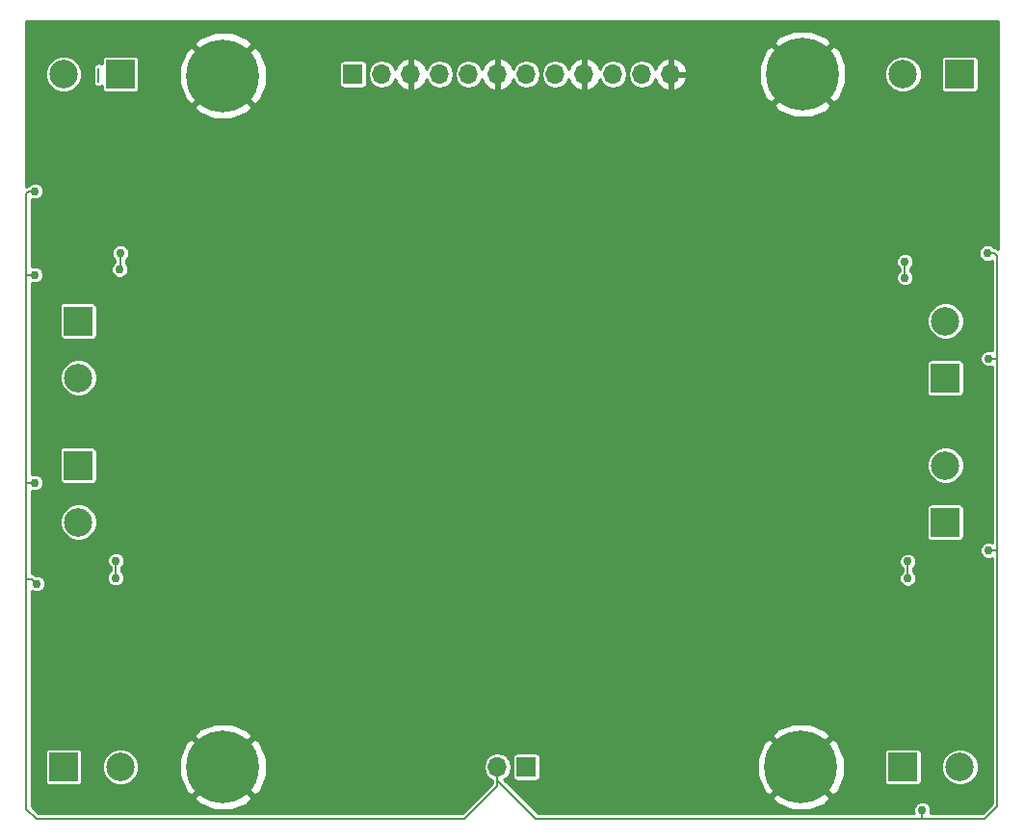
<source format=gbr>
G04 #@! TF.FileFunction,Copper,L2,Bot,Signal*
%FSLAX46Y46*%
G04 Gerber Fmt 4.6, Leading zero omitted, Abs format (unit mm)*
G04 Created by KiCad (PCBNEW 4.0.6) date Fri Mar 31 14:00:58 2017*
%MOMM*%
%LPD*%
G01*
G04 APERTURE LIST*
%ADD10C,0.088900*%
%ADD11R,1.700000X1.700000*%
%ADD12O,1.700000X1.700000*%
%ADD13C,6.400000*%
%ADD14C,2.500000*%
%ADD15R,2.500000X2.500000*%
%ADD16C,0.754380*%
%ADD17C,0.203200*%
%ADD18C,0.254000*%
G04 APERTURE END LIST*
D10*
D11*
X151130000Y-138430000D03*
D12*
X148590000Y-138430000D03*
D13*
X175387000Y-77470000D03*
X124460000Y-77597000D03*
X175260000Y-138430000D03*
X124460000Y-138430000D03*
D11*
X135890001Y-77470000D03*
D12*
X138430001Y-77470000D03*
X140970001Y-77470000D03*
X143510001Y-77470000D03*
X146050001Y-77470000D03*
X148590001Y-77470000D03*
X151130001Y-77470000D03*
X153670001Y-77470000D03*
X156210001Y-77470000D03*
X158750001Y-77470000D03*
X161290001Y-77470000D03*
X163830001Y-77470000D03*
D14*
X184230000Y-77470000D03*
D15*
X189230000Y-77470000D03*
D14*
X187960000Y-99186998D03*
D15*
X187960000Y-104186998D03*
D14*
X189230000Y-138430000D03*
D15*
X184230000Y-138430000D03*
D14*
X115443000Y-138430000D03*
D15*
X110443000Y-138430000D03*
D14*
X111759998Y-116887001D03*
D15*
X111759998Y-111887001D03*
D14*
X111760000Y-104187000D03*
D15*
X111760000Y-99187000D03*
D14*
X110443000Y-77470000D03*
D15*
X115443000Y-77470000D03*
D14*
X187959999Y-111887001D03*
D15*
X187959999Y-116887001D03*
D16*
X146875500Y-130175000D03*
X149987000Y-125222001D03*
X161290000Y-94488000D03*
X158496000Y-94488000D03*
X165989000Y-84582000D03*
X168402000Y-91313000D03*
X166116002Y-97155000D03*
X168529000Y-104267000D03*
X166116000Y-109982000D03*
X168656000Y-116586000D03*
X161417000Y-121412000D03*
X158242000Y-120904000D03*
X166243000Y-123063000D03*
X168529000Y-129540000D03*
X133857998Y-131191000D03*
X131318000Y-124460000D03*
X138049000Y-121158000D03*
X141224000Y-121539000D03*
X133731000Y-118364000D03*
X130937000Y-111760000D03*
X133731000Y-105663988D03*
X131064000Y-99187000D03*
X138049000Y-94615000D03*
X141097000Y-94869000D03*
X133604000Y-93091000D03*
X130937000Y-86360000D03*
X164210795Y-88254934D03*
X187325000Y-90805000D03*
X112395000Y-90424000D03*
X138557000Y-88900000D03*
X135590309Y-102501086D03*
X135382000Y-89281000D03*
X135382000Y-114554000D03*
X112395000Y-125349000D03*
X135559992Y-127762000D03*
X187325000Y-125095001D03*
X164211000Y-101219000D03*
X164160008Y-113411000D03*
X164084000Y-126746000D03*
X161036000Y-127127000D03*
X138684000Y-127254000D03*
X138557000Y-115189000D03*
X138557000Y-100711000D03*
X161162990Y-100584000D03*
X161163000Y-88496264D03*
X161163000Y-115031612D03*
X153289000Y-128016000D03*
X146304000Y-126365000D03*
X115384275Y-94636600D03*
X115443000Y-93218000D03*
X115020020Y-121793000D03*
X115062000Y-120269000D03*
X184658032Y-121814600D03*
X184658000Y-120352809D03*
X184404000Y-93980000D03*
X184404000Y-95377000D03*
X191643000Y-93218002D03*
X107950000Y-95123000D03*
X108077000Y-122301000D03*
X191770000Y-119380000D03*
X107950000Y-87757000D03*
X107950000Y-113411000D03*
X191770000Y-102489000D03*
X185928000Y-142240000D03*
D17*
X113538000Y-78105000D02*
X113538000Y-76962000D01*
X115443000Y-94577875D02*
X115384275Y-94636600D01*
X115443000Y-93218000D02*
X115443000Y-94577875D01*
X115062000Y-121751020D02*
X115020020Y-121793000D01*
X115062000Y-120269000D02*
X115062000Y-121751020D01*
X184658000Y-121814568D02*
X184658032Y-121814600D01*
X184658000Y-120352809D02*
X184658000Y-121814568D01*
X184404000Y-95377000D02*
X184404000Y-93980000D01*
X192278002Y-93218002D02*
X192176427Y-93218002D01*
X192532000Y-93472000D02*
X192278002Y-93218002D01*
X192176427Y-93218002D02*
X191643000Y-93218002D01*
X107188000Y-93218000D02*
X107188000Y-95123000D01*
X107188000Y-95123000D02*
X107188000Y-96012000D01*
X107950000Y-95123000D02*
X107188000Y-95123000D01*
X107696000Y-121920000D02*
X107699811Y-121923811D01*
X107699811Y-121923811D02*
X108077000Y-122301000D01*
X107188000Y-121920000D02*
X107696000Y-121920000D01*
X107188000Y-122809000D02*
X107188000Y-121920000D01*
X107188000Y-121920000D02*
X107188000Y-121285000D01*
X107188000Y-121285000D02*
X107188000Y-113411000D01*
X192532000Y-120523000D02*
X192532000Y-119380000D01*
X192532000Y-119380000D02*
X192532000Y-118618000D01*
X191770000Y-119380000D02*
X192532000Y-119380000D01*
X192532000Y-94742000D02*
X192532000Y-93472000D01*
X192532000Y-122428000D02*
X192532000Y-120523000D01*
X192532000Y-96266000D02*
X192532000Y-94742000D01*
X107188000Y-123444000D02*
X107188000Y-122809000D01*
X107188000Y-142113000D02*
X107188000Y-128397000D01*
X107188000Y-128397000D02*
X107188000Y-125222000D01*
X107188000Y-96012000D02*
X107188000Y-97663000D01*
X107950000Y-87757000D02*
X107416573Y-87757000D01*
X107416573Y-87757000D02*
X107188000Y-87985573D01*
X107188000Y-87985573D02*
X107188000Y-88900000D01*
X107188000Y-88900000D02*
X107188000Y-93218000D01*
X107188000Y-123698000D02*
X107188000Y-123444000D01*
X192532000Y-102489000D02*
X192532000Y-96266000D01*
X192532000Y-124333000D02*
X192532000Y-122428000D01*
X107188000Y-97663000D02*
X107188000Y-100838000D01*
X107188000Y-113411000D02*
X107188000Y-100838000D01*
X107950000Y-113411000D02*
X107188000Y-113411000D01*
X107188000Y-125222000D02*
X107188000Y-123698000D01*
X192532000Y-118618000D02*
X192532000Y-115189000D01*
X192532000Y-109347000D02*
X192532000Y-102489000D01*
X191770000Y-102489000D02*
X192532000Y-102489000D01*
X192532000Y-115189000D02*
X192532000Y-114300000D01*
X151959919Y-143002000D02*
X185928000Y-143002000D01*
X185928000Y-143002000D02*
X191389000Y-143002000D01*
X185928000Y-142240000D02*
X185928000Y-143002000D01*
X192532000Y-114300000D02*
X192532000Y-114173000D01*
X192532000Y-114173000D02*
X192532000Y-109347000D01*
X192532000Y-141859000D02*
X192532000Y-124333000D01*
X108077000Y-143002000D02*
X107188000Y-142113000D01*
X145669000Y-143002000D02*
X108077000Y-143002000D01*
X148590000Y-140081000D02*
X145669000Y-143002000D01*
X148590000Y-138430000D02*
X148590000Y-140081000D01*
X191389000Y-143002000D02*
X192532000Y-141859000D01*
X148590000Y-138430000D02*
X148590000Y-139632081D01*
X148590000Y-139632081D02*
X151959919Y-143002000D01*
D18*
G36*
X192584000Y-92853198D02*
X192462685Y-92772138D01*
X192278002Y-92735402D01*
X192232550Y-92735402D01*
X192073041Y-92575614D01*
X191794475Y-92459944D01*
X191492848Y-92459681D01*
X191214081Y-92574865D01*
X191000612Y-92787961D01*
X190884942Y-93066527D01*
X190884679Y-93368154D01*
X190999863Y-93646921D01*
X191212959Y-93860390D01*
X191491525Y-93976060D01*
X191793152Y-93976323D01*
X192049400Y-93870444D01*
X192049400Y-101784061D01*
X191921475Y-101730942D01*
X191619848Y-101730679D01*
X191341081Y-101845863D01*
X191127612Y-102058959D01*
X191011942Y-102337525D01*
X191011679Y-102639152D01*
X191126863Y-102917919D01*
X191339959Y-103131388D01*
X191618525Y-103247058D01*
X191920152Y-103247321D01*
X192049400Y-103193917D01*
X192049400Y-118675061D01*
X191921475Y-118621942D01*
X191619848Y-118621679D01*
X191341081Y-118736863D01*
X191127612Y-118949959D01*
X191011942Y-119228525D01*
X191011679Y-119530152D01*
X191126863Y-119808919D01*
X191339959Y-120022388D01*
X191618525Y-120138058D01*
X191920152Y-120138321D01*
X192049400Y-120084917D01*
X192049400Y-141659100D01*
X191189100Y-142519400D01*
X186632939Y-142519400D01*
X186686058Y-142391475D01*
X186686321Y-142089848D01*
X186571137Y-141811081D01*
X186358041Y-141597612D01*
X186079475Y-141481942D01*
X185777848Y-141481679D01*
X185499081Y-141596863D01*
X185285612Y-141809959D01*
X185169942Y-142088525D01*
X185169679Y-142390152D01*
X185223083Y-142519400D01*
X152159819Y-142519400D01*
X150811329Y-141170910D01*
X172698695Y-141170910D01*
X173065640Y-141666343D01*
X174471171Y-142259736D01*
X175996793Y-142270087D01*
X177410246Y-141695819D01*
X177454360Y-141666343D01*
X177821305Y-141170910D01*
X175260000Y-138609605D01*
X172698695Y-141170910D01*
X150811329Y-141170910D01*
X149163439Y-139523020D01*
X149460448Y-139324565D01*
X149727296Y-138925200D01*
X149821000Y-138454117D01*
X149821000Y-138405883D01*
X149727296Y-137934800D01*
X149490226Y-137580000D01*
X149891536Y-137580000D01*
X149891536Y-139280000D01*
X149918103Y-139421190D01*
X150001546Y-139550865D01*
X150128866Y-139637859D01*
X150280000Y-139668464D01*
X151980000Y-139668464D01*
X152121190Y-139641897D01*
X152250865Y-139558454D01*
X152337859Y-139431134D01*
X152368464Y-139280000D01*
X152368464Y-139166793D01*
X171419913Y-139166793D01*
X171994181Y-140580246D01*
X172023657Y-140624360D01*
X172519090Y-140991305D01*
X175080395Y-138430000D01*
X175439605Y-138430000D01*
X178000910Y-140991305D01*
X178496343Y-140624360D01*
X179089736Y-139218829D01*
X179100087Y-137693207D01*
X178891578Y-137180000D01*
X182591536Y-137180000D01*
X182591536Y-139680000D01*
X182618103Y-139821190D01*
X182701546Y-139950865D01*
X182828866Y-140037859D01*
X182980000Y-140068464D01*
X185480000Y-140068464D01*
X185621190Y-140041897D01*
X185750865Y-139958454D01*
X185837859Y-139831134D01*
X185868464Y-139680000D01*
X185868464Y-138753003D01*
X187598718Y-138753003D01*
X187846499Y-139352680D01*
X188304907Y-139811888D01*
X188904151Y-140060716D01*
X189553003Y-140061282D01*
X190152680Y-139813501D01*
X190611888Y-139355093D01*
X190860716Y-138755849D01*
X190861282Y-138106997D01*
X190613501Y-137507320D01*
X190155093Y-137048112D01*
X189555849Y-136799284D01*
X188906997Y-136798718D01*
X188307320Y-137046499D01*
X187848112Y-137504907D01*
X187599284Y-138104151D01*
X187598718Y-138753003D01*
X185868464Y-138753003D01*
X185868464Y-137180000D01*
X185841897Y-137038810D01*
X185758454Y-136909135D01*
X185631134Y-136822141D01*
X185480000Y-136791536D01*
X182980000Y-136791536D01*
X182838810Y-136818103D01*
X182709135Y-136901546D01*
X182622141Y-137028866D01*
X182591536Y-137180000D01*
X178891578Y-137180000D01*
X178525819Y-136279754D01*
X178496343Y-136235640D01*
X178000910Y-135868695D01*
X175439605Y-138430000D01*
X175080395Y-138430000D01*
X172519090Y-135868695D01*
X172023657Y-136235640D01*
X171430264Y-137641171D01*
X171419913Y-139166793D01*
X152368464Y-139166793D01*
X152368464Y-137580000D01*
X152341897Y-137438810D01*
X152258454Y-137309135D01*
X152131134Y-137222141D01*
X151980000Y-137191536D01*
X150280000Y-137191536D01*
X150138810Y-137218103D01*
X150009135Y-137301546D01*
X149922141Y-137428866D01*
X149891536Y-137580000D01*
X149490226Y-137580000D01*
X149460448Y-137535435D01*
X149061083Y-137268587D01*
X148590000Y-137174883D01*
X148118917Y-137268587D01*
X147719552Y-137535435D01*
X147452704Y-137934800D01*
X147359000Y-138405883D01*
X147359000Y-138454117D01*
X147452704Y-138925200D01*
X147719552Y-139324565D01*
X148107400Y-139583718D01*
X148107400Y-139881100D01*
X145469100Y-142519400D01*
X108276900Y-142519400D01*
X107670600Y-141913100D01*
X107670600Y-141170910D01*
X121898695Y-141170910D01*
X122265640Y-141666343D01*
X123671171Y-142259736D01*
X125196793Y-142270087D01*
X126610246Y-141695819D01*
X126654360Y-141666343D01*
X127021305Y-141170910D01*
X124460000Y-138609605D01*
X121898695Y-141170910D01*
X107670600Y-141170910D01*
X107670600Y-137180000D01*
X108804536Y-137180000D01*
X108804536Y-139680000D01*
X108831103Y-139821190D01*
X108914546Y-139950865D01*
X109041866Y-140037859D01*
X109193000Y-140068464D01*
X111693000Y-140068464D01*
X111834190Y-140041897D01*
X111963865Y-139958454D01*
X112050859Y-139831134D01*
X112081464Y-139680000D01*
X112081464Y-138753003D01*
X113811718Y-138753003D01*
X114059499Y-139352680D01*
X114517907Y-139811888D01*
X115117151Y-140060716D01*
X115766003Y-140061282D01*
X116365680Y-139813501D01*
X116824888Y-139355093D01*
X116903077Y-139166793D01*
X120619913Y-139166793D01*
X121194181Y-140580246D01*
X121223657Y-140624360D01*
X121719090Y-140991305D01*
X124280395Y-138430000D01*
X124639605Y-138430000D01*
X127200910Y-140991305D01*
X127696343Y-140624360D01*
X128289736Y-139218829D01*
X128300087Y-137693207D01*
X127725819Y-136279754D01*
X127696343Y-136235640D01*
X127200910Y-135868695D01*
X124639605Y-138430000D01*
X124280395Y-138430000D01*
X121719090Y-135868695D01*
X121223657Y-136235640D01*
X120630264Y-137641171D01*
X120619913Y-139166793D01*
X116903077Y-139166793D01*
X117073716Y-138755849D01*
X117074282Y-138106997D01*
X116826501Y-137507320D01*
X116368093Y-137048112D01*
X115768849Y-136799284D01*
X115119997Y-136798718D01*
X114520320Y-137046499D01*
X114061112Y-137504907D01*
X113812284Y-138104151D01*
X113811718Y-138753003D01*
X112081464Y-138753003D01*
X112081464Y-137180000D01*
X112054897Y-137038810D01*
X111971454Y-136909135D01*
X111844134Y-136822141D01*
X111693000Y-136791536D01*
X109193000Y-136791536D01*
X109051810Y-136818103D01*
X108922135Y-136901546D01*
X108835141Y-137028866D01*
X108804536Y-137180000D01*
X107670600Y-137180000D01*
X107670600Y-135689090D01*
X121898695Y-135689090D01*
X124460000Y-138250395D01*
X127021305Y-135689090D01*
X172698695Y-135689090D01*
X175260000Y-138250395D01*
X177821305Y-135689090D01*
X177454360Y-135193657D01*
X176048829Y-134600264D01*
X174523207Y-134589913D01*
X173109754Y-135164181D01*
X173065640Y-135193657D01*
X172698695Y-135689090D01*
X127021305Y-135689090D01*
X126654360Y-135193657D01*
X125248829Y-134600264D01*
X123723207Y-134589913D01*
X122309754Y-135164181D01*
X122265640Y-135193657D01*
X121898695Y-135689090D01*
X107670600Y-135689090D01*
X107670600Y-122953205D01*
X107925525Y-123059058D01*
X108227152Y-123059321D01*
X108505919Y-122944137D01*
X108719388Y-122731041D01*
X108835058Y-122452475D01*
X108835321Y-122150848D01*
X108749503Y-121943152D01*
X114261699Y-121943152D01*
X114376883Y-122221919D01*
X114589979Y-122435388D01*
X114868545Y-122551058D01*
X115170172Y-122551321D01*
X115448939Y-122436137D01*
X115662408Y-122223041D01*
X115778078Y-121944475D01*
X115778341Y-121642848D01*
X115663157Y-121364081D01*
X115544600Y-121245316D01*
X115544600Y-120858550D01*
X115704388Y-120699041D01*
X115785807Y-120502961D01*
X183899679Y-120502961D01*
X184014863Y-120781728D01*
X184175400Y-120942546D01*
X184175400Y-121225082D01*
X184015644Y-121384559D01*
X183899974Y-121663125D01*
X183899711Y-121964752D01*
X184014895Y-122243519D01*
X184227991Y-122456988D01*
X184506557Y-122572658D01*
X184808184Y-122572921D01*
X185086951Y-122457737D01*
X185300420Y-122244641D01*
X185416090Y-121966075D01*
X185416353Y-121664448D01*
X185301169Y-121385681D01*
X185140600Y-121224831D01*
X185140600Y-120942359D01*
X185300388Y-120782850D01*
X185416058Y-120504284D01*
X185416321Y-120202657D01*
X185301137Y-119923890D01*
X185088041Y-119710421D01*
X184809475Y-119594751D01*
X184507848Y-119594488D01*
X184229081Y-119709672D01*
X184015612Y-119922768D01*
X183899942Y-120201334D01*
X183899679Y-120502961D01*
X115785807Y-120502961D01*
X115820058Y-120420475D01*
X115820321Y-120118848D01*
X115705137Y-119840081D01*
X115492041Y-119626612D01*
X115213475Y-119510942D01*
X114911848Y-119510679D01*
X114633081Y-119625863D01*
X114419612Y-119838959D01*
X114303942Y-120117525D01*
X114303679Y-120419152D01*
X114418863Y-120697919D01*
X114579400Y-120858737D01*
X114579400Y-121161544D01*
X114377632Y-121362959D01*
X114261962Y-121641525D01*
X114261699Y-121943152D01*
X108749503Y-121943152D01*
X108720137Y-121872081D01*
X108507041Y-121658612D01*
X108228475Y-121542942D01*
X107983339Y-121542728D01*
X107880683Y-121474136D01*
X107696000Y-121437400D01*
X107670600Y-121437400D01*
X107670600Y-117210004D01*
X110128716Y-117210004D01*
X110376497Y-117809681D01*
X110834905Y-118268889D01*
X111434149Y-118517717D01*
X112083001Y-118518283D01*
X112682678Y-118270502D01*
X113141886Y-117812094D01*
X113390714Y-117212850D01*
X113391280Y-116563998D01*
X113143499Y-115964321D01*
X112816750Y-115637001D01*
X186321535Y-115637001D01*
X186321535Y-118137001D01*
X186348102Y-118278191D01*
X186431545Y-118407866D01*
X186558865Y-118494860D01*
X186709999Y-118525465D01*
X189209999Y-118525465D01*
X189351189Y-118498898D01*
X189480864Y-118415455D01*
X189567858Y-118288135D01*
X189598463Y-118137001D01*
X189598463Y-115637001D01*
X189571896Y-115495811D01*
X189488453Y-115366136D01*
X189361133Y-115279142D01*
X189209999Y-115248537D01*
X186709999Y-115248537D01*
X186568809Y-115275104D01*
X186439134Y-115358547D01*
X186352140Y-115485867D01*
X186321535Y-115637001D01*
X112816750Y-115637001D01*
X112685091Y-115505113D01*
X112085847Y-115256285D01*
X111436995Y-115255719D01*
X110837318Y-115503500D01*
X110378110Y-115961908D01*
X110129282Y-116561152D01*
X110128716Y-117210004D01*
X107670600Y-117210004D01*
X107670600Y-114115939D01*
X107798525Y-114169058D01*
X108100152Y-114169321D01*
X108378919Y-114054137D01*
X108592388Y-113841041D01*
X108708058Y-113562475D01*
X108708321Y-113260848D01*
X108593137Y-112982081D01*
X108380041Y-112768612D01*
X108101475Y-112652942D01*
X107799848Y-112652679D01*
X107670600Y-112706083D01*
X107670600Y-110637001D01*
X110121534Y-110637001D01*
X110121534Y-113137001D01*
X110148101Y-113278191D01*
X110231544Y-113407866D01*
X110358864Y-113494860D01*
X110509998Y-113525465D01*
X113009998Y-113525465D01*
X113151188Y-113498898D01*
X113280863Y-113415455D01*
X113367857Y-113288135D01*
X113398462Y-113137001D01*
X113398462Y-112210004D01*
X186328717Y-112210004D01*
X186576498Y-112809681D01*
X187034906Y-113268889D01*
X187634150Y-113517717D01*
X188283002Y-113518283D01*
X188882679Y-113270502D01*
X189341887Y-112812094D01*
X189590715Y-112212850D01*
X189591281Y-111563998D01*
X189343500Y-110964321D01*
X188885092Y-110505113D01*
X188285848Y-110256285D01*
X187636996Y-110255719D01*
X187037319Y-110503500D01*
X186578111Y-110961908D01*
X186329283Y-111561152D01*
X186328717Y-112210004D01*
X113398462Y-112210004D01*
X113398462Y-110637001D01*
X113371895Y-110495811D01*
X113288452Y-110366136D01*
X113161132Y-110279142D01*
X113009998Y-110248537D01*
X110509998Y-110248537D01*
X110368808Y-110275104D01*
X110239133Y-110358547D01*
X110152139Y-110485867D01*
X110121534Y-110637001D01*
X107670600Y-110637001D01*
X107670600Y-104510003D01*
X110128718Y-104510003D01*
X110376499Y-105109680D01*
X110834907Y-105568888D01*
X111434151Y-105817716D01*
X112083003Y-105818282D01*
X112682680Y-105570501D01*
X113141888Y-105112093D01*
X113390716Y-104512849D01*
X113391282Y-103863997D01*
X113143501Y-103264320D01*
X112816750Y-102936998D01*
X186321536Y-102936998D01*
X186321536Y-105436998D01*
X186348103Y-105578188D01*
X186431546Y-105707863D01*
X186558866Y-105794857D01*
X186710000Y-105825462D01*
X189210000Y-105825462D01*
X189351190Y-105798895D01*
X189480865Y-105715452D01*
X189567859Y-105588132D01*
X189598464Y-105436998D01*
X189598464Y-102936998D01*
X189571897Y-102795808D01*
X189488454Y-102666133D01*
X189361134Y-102579139D01*
X189210000Y-102548534D01*
X186710000Y-102548534D01*
X186568810Y-102575101D01*
X186439135Y-102658544D01*
X186352141Y-102785864D01*
X186321536Y-102936998D01*
X112816750Y-102936998D01*
X112685093Y-102805112D01*
X112085849Y-102556284D01*
X111436997Y-102555718D01*
X110837320Y-102803499D01*
X110378112Y-103261907D01*
X110129284Y-103861151D01*
X110128718Y-104510003D01*
X107670600Y-104510003D01*
X107670600Y-97937000D01*
X110121536Y-97937000D01*
X110121536Y-100437000D01*
X110148103Y-100578190D01*
X110231546Y-100707865D01*
X110358866Y-100794859D01*
X110510000Y-100825464D01*
X113010000Y-100825464D01*
X113151190Y-100798897D01*
X113280865Y-100715454D01*
X113367859Y-100588134D01*
X113398464Y-100437000D01*
X113398464Y-99510001D01*
X186328718Y-99510001D01*
X186576499Y-100109678D01*
X187034907Y-100568886D01*
X187634151Y-100817714D01*
X188283003Y-100818280D01*
X188882680Y-100570499D01*
X189341888Y-100112091D01*
X189590716Y-99512847D01*
X189591282Y-98863995D01*
X189343501Y-98264318D01*
X188885093Y-97805110D01*
X188285849Y-97556282D01*
X187636997Y-97555716D01*
X187037320Y-97803497D01*
X186578112Y-98261905D01*
X186329284Y-98861149D01*
X186328718Y-99510001D01*
X113398464Y-99510001D01*
X113398464Y-97937000D01*
X113371897Y-97795810D01*
X113288454Y-97666135D01*
X113161134Y-97579141D01*
X113010000Y-97548536D01*
X110510000Y-97548536D01*
X110368810Y-97575103D01*
X110239135Y-97658546D01*
X110152141Y-97785866D01*
X110121536Y-97937000D01*
X107670600Y-97937000D01*
X107670600Y-95827939D01*
X107798525Y-95881058D01*
X108100152Y-95881321D01*
X108378919Y-95766137D01*
X108592388Y-95553041D01*
X108708058Y-95274475D01*
X108708321Y-94972848D01*
X108631428Y-94786752D01*
X114625954Y-94786752D01*
X114741138Y-95065519D01*
X114954234Y-95278988D01*
X115232800Y-95394658D01*
X115534427Y-95394921D01*
X115813194Y-95279737D01*
X116026663Y-95066641D01*
X116142333Y-94788075D01*
X116142596Y-94486448D01*
X116027412Y-94207681D01*
X115950019Y-94130152D01*
X183645679Y-94130152D01*
X183760863Y-94408919D01*
X183921400Y-94569737D01*
X183921400Y-94787450D01*
X183761612Y-94946959D01*
X183645942Y-95225525D01*
X183645679Y-95527152D01*
X183760863Y-95805919D01*
X183973959Y-96019388D01*
X184252525Y-96135058D01*
X184554152Y-96135321D01*
X184832919Y-96020137D01*
X185046388Y-95807041D01*
X185162058Y-95528475D01*
X185162321Y-95226848D01*
X185047137Y-94948081D01*
X184886600Y-94787263D01*
X184886600Y-94569550D01*
X185046388Y-94410041D01*
X185162058Y-94131475D01*
X185162321Y-93829848D01*
X185047137Y-93551081D01*
X184834041Y-93337612D01*
X184555475Y-93221942D01*
X184253848Y-93221679D01*
X183975081Y-93336863D01*
X183761612Y-93549959D01*
X183645942Y-93828525D01*
X183645679Y-94130152D01*
X115950019Y-94130152D01*
X115925600Y-94105691D01*
X115925600Y-93807550D01*
X116085388Y-93648041D01*
X116201058Y-93369475D01*
X116201321Y-93067848D01*
X116086137Y-92789081D01*
X115873041Y-92575612D01*
X115594475Y-92459942D01*
X115292848Y-92459679D01*
X115014081Y-92574863D01*
X114800612Y-92787959D01*
X114684942Y-93066525D01*
X114684679Y-93368152D01*
X114799863Y-93646919D01*
X114960400Y-93807737D01*
X114960400Y-93991379D01*
X114955356Y-93993463D01*
X114741887Y-94206559D01*
X114626217Y-94485125D01*
X114625954Y-94786752D01*
X108631428Y-94786752D01*
X108593137Y-94694081D01*
X108380041Y-94480612D01*
X108101475Y-94364942D01*
X107799848Y-94364679D01*
X107670600Y-94418083D01*
X107670600Y-88461939D01*
X107798525Y-88515058D01*
X108100152Y-88515321D01*
X108378919Y-88400137D01*
X108592388Y-88187041D01*
X108708058Y-87908475D01*
X108708321Y-87606848D01*
X108593137Y-87328081D01*
X108380041Y-87114612D01*
X108101475Y-86998942D01*
X107799848Y-86998679D01*
X107521081Y-87113863D01*
X107346250Y-87288388D01*
X107231890Y-87311136D01*
X107136000Y-87375207D01*
X107136000Y-80337910D01*
X121898695Y-80337910D01*
X122265640Y-80833343D01*
X123671171Y-81426736D01*
X125196793Y-81437087D01*
X126610246Y-80862819D01*
X126654360Y-80833343D01*
X127021305Y-80337910D01*
X126894305Y-80210910D01*
X172825695Y-80210910D01*
X173192640Y-80706343D01*
X174598171Y-81299736D01*
X176123793Y-81310087D01*
X177537246Y-80735819D01*
X177581360Y-80706343D01*
X177948305Y-80210910D01*
X175387000Y-77649605D01*
X172825695Y-80210910D01*
X126894305Y-80210910D01*
X124460000Y-77776605D01*
X121898695Y-80337910D01*
X107136000Y-80337910D01*
X107136000Y-77793003D01*
X108811718Y-77793003D01*
X109059499Y-78392680D01*
X109517907Y-78851888D01*
X110117151Y-79100716D01*
X110766003Y-79101282D01*
X111365680Y-78853501D01*
X111824888Y-78395093D01*
X112073716Y-77795849D01*
X112074282Y-77146997D01*
X111997843Y-76962000D01*
X113055400Y-76962000D01*
X113055400Y-78105000D01*
X113092136Y-78289683D01*
X113196750Y-78446250D01*
X113353317Y-78550864D01*
X113538000Y-78587600D01*
X113722683Y-78550864D01*
X113804536Y-78496172D01*
X113804536Y-78720000D01*
X113831103Y-78861190D01*
X113914546Y-78990865D01*
X114041866Y-79077859D01*
X114193000Y-79108464D01*
X116693000Y-79108464D01*
X116834190Y-79081897D01*
X116963865Y-78998454D01*
X117050859Y-78871134D01*
X117081464Y-78720000D01*
X117081464Y-78333793D01*
X120619913Y-78333793D01*
X121194181Y-79747246D01*
X121223657Y-79791360D01*
X121719090Y-80158305D01*
X124280395Y-77597000D01*
X124639605Y-77597000D01*
X127200910Y-80158305D01*
X127696343Y-79791360D01*
X128289736Y-78385829D01*
X128300087Y-76860207D01*
X128202494Y-76620000D01*
X134651537Y-76620000D01*
X134651537Y-78320000D01*
X134678104Y-78461190D01*
X134761547Y-78590865D01*
X134888867Y-78677859D01*
X135040001Y-78708464D01*
X136740001Y-78708464D01*
X136881191Y-78681897D01*
X137010866Y-78598454D01*
X137097860Y-78471134D01*
X137128465Y-78320000D01*
X137128465Y-77445883D01*
X137199001Y-77445883D01*
X137199001Y-77494117D01*
X137292705Y-77965200D01*
X137559553Y-78364565D01*
X137958918Y-78631413D01*
X138430001Y-78725117D01*
X138901084Y-78631413D01*
X139300449Y-78364565D01*
X139567297Y-77965200D01*
X139575084Y-77926053D01*
X139774818Y-78351358D01*
X140203077Y-78741645D01*
X140613111Y-78911476D01*
X140843001Y-78790155D01*
X140843001Y-77597000D01*
X140823001Y-77597000D01*
X140823001Y-77343000D01*
X140843001Y-77343000D01*
X140843001Y-76149845D01*
X141097001Y-76149845D01*
X141097001Y-77343000D01*
X141117001Y-77343000D01*
X141117001Y-77597000D01*
X141097001Y-77597000D01*
X141097001Y-78790155D01*
X141326891Y-78911476D01*
X141736925Y-78741645D01*
X142165184Y-78351358D01*
X142364918Y-77926053D01*
X142372705Y-77965200D01*
X142639553Y-78364565D01*
X143038918Y-78631413D01*
X143510001Y-78725117D01*
X143981084Y-78631413D01*
X144380449Y-78364565D01*
X144647297Y-77965200D01*
X144741001Y-77494117D01*
X144741001Y-77445883D01*
X144819001Y-77445883D01*
X144819001Y-77494117D01*
X144912705Y-77965200D01*
X145179553Y-78364565D01*
X145578918Y-78631413D01*
X146050001Y-78725117D01*
X146521084Y-78631413D01*
X146920449Y-78364565D01*
X147187297Y-77965200D01*
X147195084Y-77926053D01*
X147394818Y-78351358D01*
X147823077Y-78741645D01*
X148233111Y-78911476D01*
X148463001Y-78790155D01*
X148463001Y-77597000D01*
X148443001Y-77597000D01*
X148443001Y-77343000D01*
X148463001Y-77343000D01*
X148463001Y-76149845D01*
X148717001Y-76149845D01*
X148717001Y-77343000D01*
X148737001Y-77343000D01*
X148737001Y-77597000D01*
X148717001Y-77597000D01*
X148717001Y-78790155D01*
X148946891Y-78911476D01*
X149356925Y-78741645D01*
X149785184Y-78351358D01*
X149984918Y-77926053D01*
X149992705Y-77965200D01*
X150259553Y-78364565D01*
X150658918Y-78631413D01*
X151130001Y-78725117D01*
X151601084Y-78631413D01*
X152000449Y-78364565D01*
X152267297Y-77965200D01*
X152361001Y-77494117D01*
X152361001Y-77445883D01*
X152439001Y-77445883D01*
X152439001Y-77494117D01*
X152532705Y-77965200D01*
X152799553Y-78364565D01*
X153198918Y-78631413D01*
X153670001Y-78725117D01*
X154141084Y-78631413D01*
X154540449Y-78364565D01*
X154807297Y-77965200D01*
X154815084Y-77926053D01*
X155014818Y-78351358D01*
X155443077Y-78741645D01*
X155853111Y-78911476D01*
X156083001Y-78790155D01*
X156083001Y-77597000D01*
X156063001Y-77597000D01*
X156063001Y-77343000D01*
X156083001Y-77343000D01*
X156083001Y-76149845D01*
X156337001Y-76149845D01*
X156337001Y-77343000D01*
X156357001Y-77343000D01*
X156357001Y-77597000D01*
X156337001Y-77597000D01*
X156337001Y-78790155D01*
X156566891Y-78911476D01*
X156976925Y-78741645D01*
X157405184Y-78351358D01*
X157604918Y-77926053D01*
X157612705Y-77965200D01*
X157879553Y-78364565D01*
X158278918Y-78631413D01*
X158750001Y-78725117D01*
X159221084Y-78631413D01*
X159620449Y-78364565D01*
X159887297Y-77965200D01*
X159981001Y-77494117D01*
X159981001Y-77445883D01*
X160059001Y-77445883D01*
X160059001Y-77494117D01*
X160152705Y-77965200D01*
X160419553Y-78364565D01*
X160818918Y-78631413D01*
X161290001Y-78725117D01*
X161761084Y-78631413D01*
X162160449Y-78364565D01*
X162427297Y-77965200D01*
X162435084Y-77926053D01*
X162634818Y-78351358D01*
X163063077Y-78741645D01*
X163473111Y-78911476D01*
X163703001Y-78790155D01*
X163703001Y-77597000D01*
X163957001Y-77597000D01*
X163957001Y-78790155D01*
X164186891Y-78911476D01*
X164596925Y-78741645D01*
X165025184Y-78351358D01*
X165093075Y-78206793D01*
X171546913Y-78206793D01*
X172121181Y-79620246D01*
X172150657Y-79664360D01*
X172646090Y-80031305D01*
X175207395Y-77470000D01*
X175566605Y-77470000D01*
X178127910Y-80031305D01*
X178623343Y-79664360D01*
X179216736Y-78258829D01*
X179219896Y-77793003D01*
X182598718Y-77793003D01*
X182846499Y-78392680D01*
X183304907Y-78851888D01*
X183904151Y-79100716D01*
X184553003Y-79101282D01*
X185152680Y-78853501D01*
X185611888Y-78395093D01*
X185860716Y-77795849D01*
X185861282Y-77146997D01*
X185613501Y-76547320D01*
X185286752Y-76220000D01*
X187591536Y-76220000D01*
X187591536Y-78720000D01*
X187618103Y-78861190D01*
X187701546Y-78990865D01*
X187828866Y-79077859D01*
X187980000Y-79108464D01*
X190480000Y-79108464D01*
X190621190Y-79081897D01*
X190750865Y-78998454D01*
X190837859Y-78871134D01*
X190868464Y-78720000D01*
X190868464Y-76220000D01*
X190841897Y-76078810D01*
X190758454Y-75949135D01*
X190631134Y-75862141D01*
X190480000Y-75831536D01*
X187980000Y-75831536D01*
X187838810Y-75858103D01*
X187709135Y-75941546D01*
X187622141Y-76068866D01*
X187591536Y-76220000D01*
X185286752Y-76220000D01*
X185155093Y-76088112D01*
X184555849Y-75839284D01*
X183906997Y-75838718D01*
X183307320Y-76086499D01*
X182848112Y-76544907D01*
X182599284Y-77144151D01*
X182598718Y-77793003D01*
X179219896Y-77793003D01*
X179227087Y-76733207D01*
X178652819Y-75319754D01*
X178623343Y-75275640D01*
X178127910Y-74908695D01*
X175566605Y-77470000D01*
X175207395Y-77470000D01*
X172646090Y-74908695D01*
X172150657Y-75275640D01*
X171557264Y-76681171D01*
X171546913Y-78206793D01*
X165093075Y-78206793D01*
X165271487Y-77826892D01*
X165150820Y-77597000D01*
X163957001Y-77597000D01*
X163703001Y-77597000D01*
X163683001Y-77597000D01*
X163683001Y-77343000D01*
X163703001Y-77343000D01*
X163703001Y-76149845D01*
X163957001Y-76149845D01*
X163957001Y-77343000D01*
X165150820Y-77343000D01*
X165271487Y-77113108D01*
X165025184Y-76588642D01*
X164596925Y-76198355D01*
X164186891Y-76028524D01*
X163957001Y-76149845D01*
X163703001Y-76149845D01*
X163473111Y-76028524D01*
X163063077Y-76198355D01*
X162634818Y-76588642D01*
X162435084Y-77013947D01*
X162427297Y-76974800D01*
X162160449Y-76575435D01*
X161761084Y-76308587D01*
X161290001Y-76214883D01*
X160818918Y-76308587D01*
X160419553Y-76575435D01*
X160152705Y-76974800D01*
X160059001Y-77445883D01*
X159981001Y-77445883D01*
X159887297Y-76974800D01*
X159620449Y-76575435D01*
X159221084Y-76308587D01*
X158750001Y-76214883D01*
X158278918Y-76308587D01*
X157879553Y-76575435D01*
X157612705Y-76974800D01*
X157604918Y-77013947D01*
X157405184Y-76588642D01*
X156976925Y-76198355D01*
X156566891Y-76028524D01*
X156337001Y-76149845D01*
X156083001Y-76149845D01*
X155853111Y-76028524D01*
X155443077Y-76198355D01*
X155014818Y-76588642D01*
X154815084Y-77013947D01*
X154807297Y-76974800D01*
X154540449Y-76575435D01*
X154141084Y-76308587D01*
X153670001Y-76214883D01*
X153198918Y-76308587D01*
X152799553Y-76575435D01*
X152532705Y-76974800D01*
X152439001Y-77445883D01*
X152361001Y-77445883D01*
X152267297Y-76974800D01*
X152000449Y-76575435D01*
X151601084Y-76308587D01*
X151130001Y-76214883D01*
X150658918Y-76308587D01*
X150259553Y-76575435D01*
X149992705Y-76974800D01*
X149984918Y-77013947D01*
X149785184Y-76588642D01*
X149356925Y-76198355D01*
X148946891Y-76028524D01*
X148717001Y-76149845D01*
X148463001Y-76149845D01*
X148233111Y-76028524D01*
X147823077Y-76198355D01*
X147394818Y-76588642D01*
X147195084Y-77013947D01*
X147187297Y-76974800D01*
X146920449Y-76575435D01*
X146521084Y-76308587D01*
X146050001Y-76214883D01*
X145578918Y-76308587D01*
X145179553Y-76575435D01*
X144912705Y-76974800D01*
X144819001Y-77445883D01*
X144741001Y-77445883D01*
X144647297Y-76974800D01*
X144380449Y-76575435D01*
X143981084Y-76308587D01*
X143510001Y-76214883D01*
X143038918Y-76308587D01*
X142639553Y-76575435D01*
X142372705Y-76974800D01*
X142364918Y-77013947D01*
X142165184Y-76588642D01*
X141736925Y-76198355D01*
X141326891Y-76028524D01*
X141097001Y-76149845D01*
X140843001Y-76149845D01*
X140613111Y-76028524D01*
X140203077Y-76198355D01*
X139774818Y-76588642D01*
X139575084Y-77013947D01*
X139567297Y-76974800D01*
X139300449Y-76575435D01*
X138901084Y-76308587D01*
X138430001Y-76214883D01*
X137958918Y-76308587D01*
X137559553Y-76575435D01*
X137292705Y-76974800D01*
X137199001Y-77445883D01*
X137128465Y-77445883D01*
X137128465Y-76620000D01*
X137101898Y-76478810D01*
X137018455Y-76349135D01*
X136891135Y-76262141D01*
X136740001Y-76231536D01*
X135040001Y-76231536D01*
X134898811Y-76258103D01*
X134769136Y-76341546D01*
X134682142Y-76468866D01*
X134651537Y-76620000D01*
X128202494Y-76620000D01*
X127725819Y-75446754D01*
X127696343Y-75402640D01*
X127200910Y-75035695D01*
X124639605Y-77597000D01*
X124280395Y-77597000D01*
X121719090Y-75035695D01*
X121223657Y-75402640D01*
X120630264Y-76808171D01*
X120619913Y-78333793D01*
X117081464Y-78333793D01*
X117081464Y-76220000D01*
X117054897Y-76078810D01*
X116971454Y-75949135D01*
X116844134Y-75862141D01*
X116693000Y-75831536D01*
X114193000Y-75831536D01*
X114051810Y-75858103D01*
X113922135Y-75941546D01*
X113835141Y-76068866D01*
X113804536Y-76220000D01*
X113804536Y-76570828D01*
X113722683Y-76516136D01*
X113538000Y-76479400D01*
X113353317Y-76516136D01*
X113196750Y-76620750D01*
X113092136Y-76777317D01*
X113055400Y-76962000D01*
X111997843Y-76962000D01*
X111826501Y-76547320D01*
X111368093Y-76088112D01*
X110768849Y-75839284D01*
X110119997Y-75838718D01*
X109520320Y-76086499D01*
X109061112Y-76544907D01*
X108812284Y-77144151D01*
X108811718Y-77793003D01*
X107136000Y-77793003D01*
X107136000Y-74856090D01*
X121898695Y-74856090D01*
X124460000Y-77417395D01*
X127021305Y-74856090D01*
X126927242Y-74729090D01*
X172825695Y-74729090D01*
X175387000Y-77290395D01*
X177948305Y-74729090D01*
X177581360Y-74233657D01*
X176175829Y-73640264D01*
X174650207Y-73629913D01*
X173236754Y-74204181D01*
X173192640Y-74233657D01*
X172825695Y-74729090D01*
X126927242Y-74729090D01*
X126654360Y-74360657D01*
X125248829Y-73767264D01*
X123723207Y-73756913D01*
X122309754Y-74331181D01*
X122265640Y-74360657D01*
X121898695Y-74856090D01*
X107136000Y-74856090D01*
X107136000Y-72846000D01*
X192584000Y-72846000D01*
X192584000Y-92853198D01*
X192584000Y-92853198D01*
G37*
X192584000Y-92853198D02*
X192462685Y-92772138D01*
X192278002Y-92735402D01*
X192232550Y-92735402D01*
X192073041Y-92575614D01*
X191794475Y-92459944D01*
X191492848Y-92459681D01*
X191214081Y-92574865D01*
X191000612Y-92787961D01*
X190884942Y-93066527D01*
X190884679Y-93368154D01*
X190999863Y-93646921D01*
X191212959Y-93860390D01*
X191491525Y-93976060D01*
X191793152Y-93976323D01*
X192049400Y-93870444D01*
X192049400Y-101784061D01*
X191921475Y-101730942D01*
X191619848Y-101730679D01*
X191341081Y-101845863D01*
X191127612Y-102058959D01*
X191011942Y-102337525D01*
X191011679Y-102639152D01*
X191126863Y-102917919D01*
X191339959Y-103131388D01*
X191618525Y-103247058D01*
X191920152Y-103247321D01*
X192049400Y-103193917D01*
X192049400Y-118675061D01*
X191921475Y-118621942D01*
X191619848Y-118621679D01*
X191341081Y-118736863D01*
X191127612Y-118949959D01*
X191011942Y-119228525D01*
X191011679Y-119530152D01*
X191126863Y-119808919D01*
X191339959Y-120022388D01*
X191618525Y-120138058D01*
X191920152Y-120138321D01*
X192049400Y-120084917D01*
X192049400Y-141659100D01*
X191189100Y-142519400D01*
X186632939Y-142519400D01*
X186686058Y-142391475D01*
X186686321Y-142089848D01*
X186571137Y-141811081D01*
X186358041Y-141597612D01*
X186079475Y-141481942D01*
X185777848Y-141481679D01*
X185499081Y-141596863D01*
X185285612Y-141809959D01*
X185169942Y-142088525D01*
X185169679Y-142390152D01*
X185223083Y-142519400D01*
X152159819Y-142519400D01*
X150811329Y-141170910D01*
X172698695Y-141170910D01*
X173065640Y-141666343D01*
X174471171Y-142259736D01*
X175996793Y-142270087D01*
X177410246Y-141695819D01*
X177454360Y-141666343D01*
X177821305Y-141170910D01*
X175260000Y-138609605D01*
X172698695Y-141170910D01*
X150811329Y-141170910D01*
X149163439Y-139523020D01*
X149460448Y-139324565D01*
X149727296Y-138925200D01*
X149821000Y-138454117D01*
X149821000Y-138405883D01*
X149727296Y-137934800D01*
X149490226Y-137580000D01*
X149891536Y-137580000D01*
X149891536Y-139280000D01*
X149918103Y-139421190D01*
X150001546Y-139550865D01*
X150128866Y-139637859D01*
X150280000Y-139668464D01*
X151980000Y-139668464D01*
X152121190Y-139641897D01*
X152250865Y-139558454D01*
X152337859Y-139431134D01*
X152368464Y-139280000D01*
X152368464Y-139166793D01*
X171419913Y-139166793D01*
X171994181Y-140580246D01*
X172023657Y-140624360D01*
X172519090Y-140991305D01*
X175080395Y-138430000D01*
X175439605Y-138430000D01*
X178000910Y-140991305D01*
X178496343Y-140624360D01*
X179089736Y-139218829D01*
X179100087Y-137693207D01*
X178891578Y-137180000D01*
X182591536Y-137180000D01*
X182591536Y-139680000D01*
X182618103Y-139821190D01*
X182701546Y-139950865D01*
X182828866Y-140037859D01*
X182980000Y-140068464D01*
X185480000Y-140068464D01*
X185621190Y-140041897D01*
X185750865Y-139958454D01*
X185837859Y-139831134D01*
X185868464Y-139680000D01*
X185868464Y-138753003D01*
X187598718Y-138753003D01*
X187846499Y-139352680D01*
X188304907Y-139811888D01*
X188904151Y-140060716D01*
X189553003Y-140061282D01*
X190152680Y-139813501D01*
X190611888Y-139355093D01*
X190860716Y-138755849D01*
X190861282Y-138106997D01*
X190613501Y-137507320D01*
X190155093Y-137048112D01*
X189555849Y-136799284D01*
X188906997Y-136798718D01*
X188307320Y-137046499D01*
X187848112Y-137504907D01*
X187599284Y-138104151D01*
X187598718Y-138753003D01*
X185868464Y-138753003D01*
X185868464Y-137180000D01*
X185841897Y-137038810D01*
X185758454Y-136909135D01*
X185631134Y-136822141D01*
X185480000Y-136791536D01*
X182980000Y-136791536D01*
X182838810Y-136818103D01*
X182709135Y-136901546D01*
X182622141Y-137028866D01*
X182591536Y-137180000D01*
X178891578Y-137180000D01*
X178525819Y-136279754D01*
X178496343Y-136235640D01*
X178000910Y-135868695D01*
X175439605Y-138430000D01*
X175080395Y-138430000D01*
X172519090Y-135868695D01*
X172023657Y-136235640D01*
X171430264Y-137641171D01*
X171419913Y-139166793D01*
X152368464Y-139166793D01*
X152368464Y-137580000D01*
X152341897Y-137438810D01*
X152258454Y-137309135D01*
X152131134Y-137222141D01*
X151980000Y-137191536D01*
X150280000Y-137191536D01*
X150138810Y-137218103D01*
X150009135Y-137301546D01*
X149922141Y-137428866D01*
X149891536Y-137580000D01*
X149490226Y-137580000D01*
X149460448Y-137535435D01*
X149061083Y-137268587D01*
X148590000Y-137174883D01*
X148118917Y-137268587D01*
X147719552Y-137535435D01*
X147452704Y-137934800D01*
X147359000Y-138405883D01*
X147359000Y-138454117D01*
X147452704Y-138925200D01*
X147719552Y-139324565D01*
X148107400Y-139583718D01*
X148107400Y-139881100D01*
X145469100Y-142519400D01*
X108276900Y-142519400D01*
X107670600Y-141913100D01*
X107670600Y-141170910D01*
X121898695Y-141170910D01*
X122265640Y-141666343D01*
X123671171Y-142259736D01*
X125196793Y-142270087D01*
X126610246Y-141695819D01*
X126654360Y-141666343D01*
X127021305Y-141170910D01*
X124460000Y-138609605D01*
X121898695Y-141170910D01*
X107670600Y-141170910D01*
X107670600Y-137180000D01*
X108804536Y-137180000D01*
X108804536Y-139680000D01*
X108831103Y-139821190D01*
X108914546Y-139950865D01*
X109041866Y-140037859D01*
X109193000Y-140068464D01*
X111693000Y-140068464D01*
X111834190Y-140041897D01*
X111963865Y-139958454D01*
X112050859Y-139831134D01*
X112081464Y-139680000D01*
X112081464Y-138753003D01*
X113811718Y-138753003D01*
X114059499Y-139352680D01*
X114517907Y-139811888D01*
X115117151Y-140060716D01*
X115766003Y-140061282D01*
X116365680Y-139813501D01*
X116824888Y-139355093D01*
X116903077Y-139166793D01*
X120619913Y-139166793D01*
X121194181Y-140580246D01*
X121223657Y-140624360D01*
X121719090Y-140991305D01*
X124280395Y-138430000D01*
X124639605Y-138430000D01*
X127200910Y-140991305D01*
X127696343Y-140624360D01*
X128289736Y-139218829D01*
X128300087Y-137693207D01*
X127725819Y-136279754D01*
X127696343Y-136235640D01*
X127200910Y-135868695D01*
X124639605Y-138430000D01*
X124280395Y-138430000D01*
X121719090Y-135868695D01*
X121223657Y-136235640D01*
X120630264Y-137641171D01*
X120619913Y-139166793D01*
X116903077Y-139166793D01*
X117073716Y-138755849D01*
X117074282Y-138106997D01*
X116826501Y-137507320D01*
X116368093Y-137048112D01*
X115768849Y-136799284D01*
X115119997Y-136798718D01*
X114520320Y-137046499D01*
X114061112Y-137504907D01*
X113812284Y-138104151D01*
X113811718Y-138753003D01*
X112081464Y-138753003D01*
X112081464Y-137180000D01*
X112054897Y-137038810D01*
X111971454Y-136909135D01*
X111844134Y-136822141D01*
X111693000Y-136791536D01*
X109193000Y-136791536D01*
X109051810Y-136818103D01*
X108922135Y-136901546D01*
X108835141Y-137028866D01*
X108804536Y-137180000D01*
X107670600Y-137180000D01*
X107670600Y-135689090D01*
X121898695Y-135689090D01*
X124460000Y-138250395D01*
X127021305Y-135689090D01*
X172698695Y-135689090D01*
X175260000Y-138250395D01*
X177821305Y-135689090D01*
X177454360Y-135193657D01*
X176048829Y-134600264D01*
X174523207Y-134589913D01*
X173109754Y-135164181D01*
X173065640Y-135193657D01*
X172698695Y-135689090D01*
X127021305Y-135689090D01*
X126654360Y-135193657D01*
X125248829Y-134600264D01*
X123723207Y-134589913D01*
X122309754Y-135164181D01*
X122265640Y-135193657D01*
X121898695Y-135689090D01*
X107670600Y-135689090D01*
X107670600Y-122953205D01*
X107925525Y-123059058D01*
X108227152Y-123059321D01*
X108505919Y-122944137D01*
X108719388Y-122731041D01*
X108835058Y-122452475D01*
X108835321Y-122150848D01*
X108749503Y-121943152D01*
X114261699Y-121943152D01*
X114376883Y-122221919D01*
X114589979Y-122435388D01*
X114868545Y-122551058D01*
X115170172Y-122551321D01*
X115448939Y-122436137D01*
X115662408Y-122223041D01*
X115778078Y-121944475D01*
X115778341Y-121642848D01*
X115663157Y-121364081D01*
X115544600Y-121245316D01*
X115544600Y-120858550D01*
X115704388Y-120699041D01*
X115785807Y-120502961D01*
X183899679Y-120502961D01*
X184014863Y-120781728D01*
X184175400Y-120942546D01*
X184175400Y-121225082D01*
X184015644Y-121384559D01*
X183899974Y-121663125D01*
X183899711Y-121964752D01*
X184014895Y-122243519D01*
X184227991Y-122456988D01*
X184506557Y-122572658D01*
X184808184Y-122572921D01*
X185086951Y-122457737D01*
X185300420Y-122244641D01*
X185416090Y-121966075D01*
X185416353Y-121664448D01*
X185301169Y-121385681D01*
X185140600Y-121224831D01*
X185140600Y-120942359D01*
X185300388Y-120782850D01*
X185416058Y-120504284D01*
X185416321Y-120202657D01*
X185301137Y-119923890D01*
X185088041Y-119710421D01*
X184809475Y-119594751D01*
X184507848Y-119594488D01*
X184229081Y-119709672D01*
X184015612Y-119922768D01*
X183899942Y-120201334D01*
X183899679Y-120502961D01*
X115785807Y-120502961D01*
X115820058Y-120420475D01*
X115820321Y-120118848D01*
X115705137Y-119840081D01*
X115492041Y-119626612D01*
X115213475Y-119510942D01*
X114911848Y-119510679D01*
X114633081Y-119625863D01*
X114419612Y-119838959D01*
X114303942Y-120117525D01*
X114303679Y-120419152D01*
X114418863Y-120697919D01*
X114579400Y-120858737D01*
X114579400Y-121161544D01*
X114377632Y-121362959D01*
X114261962Y-121641525D01*
X114261699Y-121943152D01*
X108749503Y-121943152D01*
X108720137Y-121872081D01*
X108507041Y-121658612D01*
X108228475Y-121542942D01*
X107983339Y-121542728D01*
X107880683Y-121474136D01*
X107696000Y-121437400D01*
X107670600Y-121437400D01*
X107670600Y-117210004D01*
X110128716Y-117210004D01*
X110376497Y-117809681D01*
X110834905Y-118268889D01*
X111434149Y-118517717D01*
X112083001Y-118518283D01*
X112682678Y-118270502D01*
X113141886Y-117812094D01*
X113390714Y-117212850D01*
X113391280Y-116563998D01*
X113143499Y-115964321D01*
X112816750Y-115637001D01*
X186321535Y-115637001D01*
X186321535Y-118137001D01*
X186348102Y-118278191D01*
X186431545Y-118407866D01*
X186558865Y-118494860D01*
X186709999Y-118525465D01*
X189209999Y-118525465D01*
X189351189Y-118498898D01*
X189480864Y-118415455D01*
X189567858Y-118288135D01*
X189598463Y-118137001D01*
X189598463Y-115637001D01*
X189571896Y-115495811D01*
X189488453Y-115366136D01*
X189361133Y-115279142D01*
X189209999Y-115248537D01*
X186709999Y-115248537D01*
X186568809Y-115275104D01*
X186439134Y-115358547D01*
X186352140Y-115485867D01*
X186321535Y-115637001D01*
X112816750Y-115637001D01*
X112685091Y-115505113D01*
X112085847Y-115256285D01*
X111436995Y-115255719D01*
X110837318Y-115503500D01*
X110378110Y-115961908D01*
X110129282Y-116561152D01*
X110128716Y-117210004D01*
X107670600Y-117210004D01*
X107670600Y-114115939D01*
X107798525Y-114169058D01*
X108100152Y-114169321D01*
X108378919Y-114054137D01*
X108592388Y-113841041D01*
X108708058Y-113562475D01*
X108708321Y-113260848D01*
X108593137Y-112982081D01*
X108380041Y-112768612D01*
X108101475Y-112652942D01*
X107799848Y-112652679D01*
X107670600Y-112706083D01*
X107670600Y-110637001D01*
X110121534Y-110637001D01*
X110121534Y-113137001D01*
X110148101Y-113278191D01*
X110231544Y-113407866D01*
X110358864Y-113494860D01*
X110509998Y-113525465D01*
X113009998Y-113525465D01*
X113151188Y-113498898D01*
X113280863Y-113415455D01*
X113367857Y-113288135D01*
X113398462Y-113137001D01*
X113398462Y-112210004D01*
X186328717Y-112210004D01*
X186576498Y-112809681D01*
X187034906Y-113268889D01*
X187634150Y-113517717D01*
X188283002Y-113518283D01*
X188882679Y-113270502D01*
X189341887Y-112812094D01*
X189590715Y-112212850D01*
X189591281Y-111563998D01*
X189343500Y-110964321D01*
X188885092Y-110505113D01*
X188285848Y-110256285D01*
X187636996Y-110255719D01*
X187037319Y-110503500D01*
X186578111Y-110961908D01*
X186329283Y-111561152D01*
X186328717Y-112210004D01*
X113398462Y-112210004D01*
X113398462Y-110637001D01*
X113371895Y-110495811D01*
X113288452Y-110366136D01*
X113161132Y-110279142D01*
X113009998Y-110248537D01*
X110509998Y-110248537D01*
X110368808Y-110275104D01*
X110239133Y-110358547D01*
X110152139Y-110485867D01*
X110121534Y-110637001D01*
X107670600Y-110637001D01*
X107670600Y-104510003D01*
X110128718Y-104510003D01*
X110376499Y-105109680D01*
X110834907Y-105568888D01*
X111434151Y-105817716D01*
X112083003Y-105818282D01*
X112682680Y-105570501D01*
X113141888Y-105112093D01*
X113390716Y-104512849D01*
X113391282Y-103863997D01*
X113143501Y-103264320D01*
X112816750Y-102936998D01*
X186321536Y-102936998D01*
X186321536Y-105436998D01*
X186348103Y-105578188D01*
X186431546Y-105707863D01*
X186558866Y-105794857D01*
X186710000Y-105825462D01*
X189210000Y-105825462D01*
X189351190Y-105798895D01*
X189480865Y-105715452D01*
X189567859Y-105588132D01*
X189598464Y-105436998D01*
X189598464Y-102936998D01*
X189571897Y-102795808D01*
X189488454Y-102666133D01*
X189361134Y-102579139D01*
X189210000Y-102548534D01*
X186710000Y-102548534D01*
X186568810Y-102575101D01*
X186439135Y-102658544D01*
X186352141Y-102785864D01*
X186321536Y-102936998D01*
X112816750Y-102936998D01*
X112685093Y-102805112D01*
X112085849Y-102556284D01*
X111436997Y-102555718D01*
X110837320Y-102803499D01*
X110378112Y-103261907D01*
X110129284Y-103861151D01*
X110128718Y-104510003D01*
X107670600Y-104510003D01*
X107670600Y-97937000D01*
X110121536Y-97937000D01*
X110121536Y-100437000D01*
X110148103Y-100578190D01*
X110231546Y-100707865D01*
X110358866Y-100794859D01*
X110510000Y-100825464D01*
X113010000Y-100825464D01*
X113151190Y-100798897D01*
X113280865Y-100715454D01*
X113367859Y-100588134D01*
X113398464Y-100437000D01*
X113398464Y-99510001D01*
X186328718Y-99510001D01*
X186576499Y-100109678D01*
X187034907Y-100568886D01*
X187634151Y-100817714D01*
X188283003Y-100818280D01*
X188882680Y-100570499D01*
X189341888Y-100112091D01*
X189590716Y-99512847D01*
X189591282Y-98863995D01*
X189343501Y-98264318D01*
X188885093Y-97805110D01*
X188285849Y-97556282D01*
X187636997Y-97555716D01*
X187037320Y-97803497D01*
X186578112Y-98261905D01*
X186329284Y-98861149D01*
X186328718Y-99510001D01*
X113398464Y-99510001D01*
X113398464Y-97937000D01*
X113371897Y-97795810D01*
X113288454Y-97666135D01*
X113161134Y-97579141D01*
X113010000Y-97548536D01*
X110510000Y-97548536D01*
X110368810Y-97575103D01*
X110239135Y-97658546D01*
X110152141Y-97785866D01*
X110121536Y-97937000D01*
X107670600Y-97937000D01*
X107670600Y-95827939D01*
X107798525Y-95881058D01*
X108100152Y-95881321D01*
X108378919Y-95766137D01*
X108592388Y-95553041D01*
X108708058Y-95274475D01*
X108708321Y-94972848D01*
X108631428Y-94786752D01*
X114625954Y-94786752D01*
X114741138Y-95065519D01*
X114954234Y-95278988D01*
X115232800Y-95394658D01*
X115534427Y-95394921D01*
X115813194Y-95279737D01*
X116026663Y-95066641D01*
X116142333Y-94788075D01*
X116142596Y-94486448D01*
X116027412Y-94207681D01*
X115950019Y-94130152D01*
X183645679Y-94130152D01*
X183760863Y-94408919D01*
X183921400Y-94569737D01*
X183921400Y-94787450D01*
X183761612Y-94946959D01*
X183645942Y-95225525D01*
X183645679Y-95527152D01*
X183760863Y-95805919D01*
X183973959Y-96019388D01*
X184252525Y-96135058D01*
X184554152Y-96135321D01*
X184832919Y-96020137D01*
X185046388Y-95807041D01*
X185162058Y-95528475D01*
X185162321Y-95226848D01*
X185047137Y-94948081D01*
X184886600Y-94787263D01*
X184886600Y-94569550D01*
X185046388Y-94410041D01*
X185162058Y-94131475D01*
X185162321Y-93829848D01*
X185047137Y-93551081D01*
X184834041Y-93337612D01*
X184555475Y-93221942D01*
X184253848Y-93221679D01*
X183975081Y-93336863D01*
X183761612Y-93549959D01*
X183645942Y-93828525D01*
X183645679Y-94130152D01*
X115950019Y-94130152D01*
X115925600Y-94105691D01*
X115925600Y-93807550D01*
X116085388Y-93648041D01*
X116201058Y-93369475D01*
X116201321Y-93067848D01*
X116086137Y-92789081D01*
X115873041Y-92575612D01*
X115594475Y-92459942D01*
X115292848Y-92459679D01*
X115014081Y-92574863D01*
X114800612Y-92787959D01*
X114684942Y-93066525D01*
X114684679Y-93368152D01*
X114799863Y-93646919D01*
X114960400Y-93807737D01*
X114960400Y-93991379D01*
X114955356Y-93993463D01*
X114741887Y-94206559D01*
X114626217Y-94485125D01*
X114625954Y-94786752D01*
X108631428Y-94786752D01*
X108593137Y-94694081D01*
X108380041Y-94480612D01*
X108101475Y-94364942D01*
X107799848Y-94364679D01*
X107670600Y-94418083D01*
X107670600Y-88461939D01*
X107798525Y-88515058D01*
X108100152Y-88515321D01*
X108378919Y-88400137D01*
X108592388Y-88187041D01*
X108708058Y-87908475D01*
X108708321Y-87606848D01*
X108593137Y-87328081D01*
X108380041Y-87114612D01*
X108101475Y-86998942D01*
X107799848Y-86998679D01*
X107521081Y-87113863D01*
X107346250Y-87288388D01*
X107231890Y-87311136D01*
X107136000Y-87375207D01*
X107136000Y-80337910D01*
X121898695Y-80337910D01*
X122265640Y-80833343D01*
X123671171Y-81426736D01*
X125196793Y-81437087D01*
X126610246Y-80862819D01*
X126654360Y-80833343D01*
X127021305Y-80337910D01*
X126894305Y-80210910D01*
X172825695Y-80210910D01*
X173192640Y-80706343D01*
X174598171Y-81299736D01*
X176123793Y-81310087D01*
X177537246Y-80735819D01*
X177581360Y-80706343D01*
X177948305Y-80210910D01*
X175387000Y-77649605D01*
X172825695Y-80210910D01*
X126894305Y-80210910D01*
X124460000Y-77776605D01*
X121898695Y-80337910D01*
X107136000Y-80337910D01*
X107136000Y-77793003D01*
X108811718Y-77793003D01*
X109059499Y-78392680D01*
X109517907Y-78851888D01*
X110117151Y-79100716D01*
X110766003Y-79101282D01*
X111365680Y-78853501D01*
X111824888Y-78395093D01*
X112073716Y-77795849D01*
X112074282Y-77146997D01*
X111997843Y-76962000D01*
X113055400Y-76962000D01*
X113055400Y-78105000D01*
X113092136Y-78289683D01*
X113196750Y-78446250D01*
X113353317Y-78550864D01*
X113538000Y-78587600D01*
X113722683Y-78550864D01*
X113804536Y-78496172D01*
X113804536Y-78720000D01*
X113831103Y-78861190D01*
X113914546Y-78990865D01*
X114041866Y-79077859D01*
X114193000Y-79108464D01*
X116693000Y-79108464D01*
X116834190Y-79081897D01*
X116963865Y-78998454D01*
X117050859Y-78871134D01*
X117081464Y-78720000D01*
X117081464Y-78333793D01*
X120619913Y-78333793D01*
X121194181Y-79747246D01*
X121223657Y-79791360D01*
X121719090Y-80158305D01*
X124280395Y-77597000D01*
X124639605Y-77597000D01*
X127200910Y-80158305D01*
X127696343Y-79791360D01*
X128289736Y-78385829D01*
X128300087Y-76860207D01*
X128202494Y-76620000D01*
X134651537Y-76620000D01*
X134651537Y-78320000D01*
X134678104Y-78461190D01*
X134761547Y-78590865D01*
X134888867Y-78677859D01*
X135040001Y-78708464D01*
X136740001Y-78708464D01*
X136881191Y-78681897D01*
X137010866Y-78598454D01*
X137097860Y-78471134D01*
X137128465Y-78320000D01*
X137128465Y-77445883D01*
X137199001Y-77445883D01*
X137199001Y-77494117D01*
X137292705Y-77965200D01*
X137559553Y-78364565D01*
X137958918Y-78631413D01*
X138430001Y-78725117D01*
X138901084Y-78631413D01*
X139300449Y-78364565D01*
X139567297Y-77965200D01*
X139575084Y-77926053D01*
X139774818Y-78351358D01*
X140203077Y-78741645D01*
X140613111Y-78911476D01*
X140843001Y-78790155D01*
X140843001Y-77597000D01*
X140823001Y-77597000D01*
X140823001Y-77343000D01*
X140843001Y-77343000D01*
X140843001Y-76149845D01*
X141097001Y-76149845D01*
X141097001Y-77343000D01*
X141117001Y-77343000D01*
X141117001Y-77597000D01*
X141097001Y-77597000D01*
X141097001Y-78790155D01*
X141326891Y-78911476D01*
X141736925Y-78741645D01*
X142165184Y-78351358D01*
X142364918Y-77926053D01*
X142372705Y-77965200D01*
X142639553Y-78364565D01*
X143038918Y-78631413D01*
X143510001Y-78725117D01*
X143981084Y-78631413D01*
X144380449Y-78364565D01*
X144647297Y-77965200D01*
X144741001Y-77494117D01*
X144741001Y-77445883D01*
X144819001Y-77445883D01*
X144819001Y-77494117D01*
X144912705Y-77965200D01*
X145179553Y-78364565D01*
X145578918Y-78631413D01*
X146050001Y-78725117D01*
X146521084Y-78631413D01*
X146920449Y-78364565D01*
X147187297Y-77965200D01*
X147195084Y-77926053D01*
X147394818Y-78351358D01*
X147823077Y-78741645D01*
X148233111Y-78911476D01*
X148463001Y-78790155D01*
X148463001Y-77597000D01*
X148443001Y-77597000D01*
X148443001Y-77343000D01*
X148463001Y-77343000D01*
X148463001Y-76149845D01*
X148717001Y-76149845D01*
X148717001Y-77343000D01*
X148737001Y-77343000D01*
X148737001Y-77597000D01*
X148717001Y-77597000D01*
X148717001Y-78790155D01*
X148946891Y-78911476D01*
X149356925Y-78741645D01*
X149785184Y-78351358D01*
X149984918Y-77926053D01*
X149992705Y-77965200D01*
X150259553Y-78364565D01*
X150658918Y-78631413D01*
X151130001Y-78725117D01*
X151601084Y-78631413D01*
X152000449Y-78364565D01*
X152267297Y-77965200D01*
X152361001Y-77494117D01*
X152361001Y-77445883D01*
X152439001Y-77445883D01*
X152439001Y-77494117D01*
X152532705Y-77965200D01*
X152799553Y-78364565D01*
X153198918Y-78631413D01*
X153670001Y-78725117D01*
X154141084Y-78631413D01*
X154540449Y-78364565D01*
X154807297Y-77965200D01*
X154815084Y-77926053D01*
X155014818Y-78351358D01*
X155443077Y-78741645D01*
X155853111Y-78911476D01*
X156083001Y-78790155D01*
X156083001Y-77597000D01*
X156063001Y-77597000D01*
X156063001Y-77343000D01*
X156083001Y-77343000D01*
X156083001Y-76149845D01*
X156337001Y-76149845D01*
X156337001Y-77343000D01*
X156357001Y-77343000D01*
X156357001Y-77597000D01*
X156337001Y-77597000D01*
X156337001Y-78790155D01*
X156566891Y-78911476D01*
X156976925Y-78741645D01*
X157405184Y-78351358D01*
X157604918Y-77926053D01*
X157612705Y-77965200D01*
X157879553Y-78364565D01*
X158278918Y-78631413D01*
X158750001Y-78725117D01*
X159221084Y-78631413D01*
X159620449Y-78364565D01*
X159887297Y-77965200D01*
X159981001Y-77494117D01*
X159981001Y-77445883D01*
X160059001Y-77445883D01*
X160059001Y-77494117D01*
X160152705Y-77965200D01*
X160419553Y-78364565D01*
X160818918Y-78631413D01*
X161290001Y-78725117D01*
X161761084Y-78631413D01*
X162160449Y-78364565D01*
X162427297Y-77965200D01*
X162435084Y-77926053D01*
X162634818Y-78351358D01*
X163063077Y-78741645D01*
X163473111Y-78911476D01*
X163703001Y-78790155D01*
X163703001Y-77597000D01*
X163957001Y-77597000D01*
X163957001Y-78790155D01*
X164186891Y-78911476D01*
X164596925Y-78741645D01*
X165025184Y-78351358D01*
X165093075Y-78206793D01*
X171546913Y-78206793D01*
X172121181Y-79620246D01*
X172150657Y-79664360D01*
X172646090Y-80031305D01*
X175207395Y-77470000D01*
X175566605Y-77470000D01*
X178127910Y-80031305D01*
X178623343Y-79664360D01*
X179216736Y-78258829D01*
X179219896Y-77793003D01*
X182598718Y-77793003D01*
X182846499Y-78392680D01*
X183304907Y-78851888D01*
X183904151Y-79100716D01*
X184553003Y-79101282D01*
X185152680Y-78853501D01*
X185611888Y-78395093D01*
X185860716Y-77795849D01*
X185861282Y-77146997D01*
X185613501Y-76547320D01*
X185286752Y-76220000D01*
X187591536Y-76220000D01*
X187591536Y-78720000D01*
X187618103Y-78861190D01*
X187701546Y-78990865D01*
X187828866Y-79077859D01*
X187980000Y-79108464D01*
X190480000Y-79108464D01*
X190621190Y-79081897D01*
X190750865Y-78998454D01*
X190837859Y-78871134D01*
X190868464Y-78720000D01*
X190868464Y-76220000D01*
X190841897Y-76078810D01*
X190758454Y-75949135D01*
X190631134Y-75862141D01*
X190480000Y-75831536D01*
X187980000Y-75831536D01*
X187838810Y-75858103D01*
X187709135Y-75941546D01*
X187622141Y-76068866D01*
X187591536Y-76220000D01*
X185286752Y-76220000D01*
X185155093Y-76088112D01*
X184555849Y-75839284D01*
X183906997Y-75838718D01*
X183307320Y-76086499D01*
X182848112Y-76544907D01*
X182599284Y-77144151D01*
X182598718Y-77793003D01*
X179219896Y-77793003D01*
X179227087Y-76733207D01*
X178652819Y-75319754D01*
X178623343Y-75275640D01*
X178127910Y-74908695D01*
X175566605Y-77470000D01*
X175207395Y-77470000D01*
X172646090Y-74908695D01*
X172150657Y-75275640D01*
X171557264Y-76681171D01*
X171546913Y-78206793D01*
X165093075Y-78206793D01*
X165271487Y-77826892D01*
X165150820Y-77597000D01*
X163957001Y-77597000D01*
X163703001Y-77597000D01*
X163683001Y-77597000D01*
X163683001Y-77343000D01*
X163703001Y-77343000D01*
X163703001Y-76149845D01*
X163957001Y-76149845D01*
X163957001Y-77343000D01*
X165150820Y-77343000D01*
X165271487Y-77113108D01*
X165025184Y-76588642D01*
X164596925Y-76198355D01*
X164186891Y-76028524D01*
X163957001Y-76149845D01*
X163703001Y-76149845D01*
X163473111Y-76028524D01*
X163063077Y-76198355D01*
X162634818Y-76588642D01*
X162435084Y-77013947D01*
X162427297Y-76974800D01*
X162160449Y-76575435D01*
X161761084Y-76308587D01*
X161290001Y-76214883D01*
X160818918Y-76308587D01*
X160419553Y-76575435D01*
X160152705Y-76974800D01*
X160059001Y-77445883D01*
X159981001Y-77445883D01*
X159887297Y-76974800D01*
X159620449Y-76575435D01*
X159221084Y-76308587D01*
X158750001Y-76214883D01*
X158278918Y-76308587D01*
X157879553Y-76575435D01*
X157612705Y-76974800D01*
X157604918Y-77013947D01*
X157405184Y-76588642D01*
X156976925Y-76198355D01*
X156566891Y-76028524D01*
X156337001Y-76149845D01*
X156083001Y-76149845D01*
X155853111Y-76028524D01*
X155443077Y-76198355D01*
X155014818Y-76588642D01*
X154815084Y-77013947D01*
X154807297Y-76974800D01*
X154540449Y-76575435D01*
X154141084Y-76308587D01*
X153670001Y-76214883D01*
X153198918Y-76308587D01*
X152799553Y-76575435D01*
X152532705Y-76974800D01*
X152439001Y-77445883D01*
X152361001Y-77445883D01*
X152267297Y-76974800D01*
X152000449Y-76575435D01*
X151601084Y-76308587D01*
X151130001Y-76214883D01*
X150658918Y-76308587D01*
X150259553Y-76575435D01*
X149992705Y-76974800D01*
X149984918Y-77013947D01*
X149785184Y-76588642D01*
X149356925Y-76198355D01*
X148946891Y-76028524D01*
X148717001Y-76149845D01*
X148463001Y-76149845D01*
X148233111Y-76028524D01*
X147823077Y-76198355D01*
X147394818Y-76588642D01*
X147195084Y-77013947D01*
X147187297Y-76974800D01*
X146920449Y-76575435D01*
X146521084Y-76308587D01*
X146050001Y-76214883D01*
X145578918Y-76308587D01*
X145179553Y-76575435D01*
X144912705Y-76974800D01*
X144819001Y-77445883D01*
X144741001Y-77445883D01*
X144647297Y-76974800D01*
X144380449Y-76575435D01*
X143981084Y-76308587D01*
X143510001Y-76214883D01*
X143038918Y-76308587D01*
X142639553Y-76575435D01*
X142372705Y-76974800D01*
X142364918Y-77013947D01*
X142165184Y-76588642D01*
X141736925Y-76198355D01*
X141326891Y-76028524D01*
X141097001Y-76149845D01*
X140843001Y-76149845D01*
X140613111Y-76028524D01*
X140203077Y-76198355D01*
X139774818Y-76588642D01*
X139575084Y-77013947D01*
X139567297Y-76974800D01*
X139300449Y-76575435D01*
X138901084Y-76308587D01*
X138430001Y-76214883D01*
X137958918Y-76308587D01*
X137559553Y-76575435D01*
X137292705Y-76974800D01*
X137199001Y-77445883D01*
X137128465Y-77445883D01*
X137128465Y-76620000D01*
X137101898Y-76478810D01*
X137018455Y-76349135D01*
X136891135Y-76262141D01*
X136740001Y-76231536D01*
X135040001Y-76231536D01*
X134898811Y-76258103D01*
X134769136Y-76341546D01*
X134682142Y-76468866D01*
X134651537Y-76620000D01*
X128202494Y-76620000D01*
X127725819Y-75446754D01*
X127696343Y-75402640D01*
X127200910Y-75035695D01*
X124639605Y-77597000D01*
X124280395Y-77597000D01*
X121719090Y-75035695D01*
X121223657Y-75402640D01*
X120630264Y-76808171D01*
X120619913Y-78333793D01*
X117081464Y-78333793D01*
X117081464Y-76220000D01*
X117054897Y-76078810D01*
X116971454Y-75949135D01*
X116844134Y-75862141D01*
X116693000Y-75831536D01*
X114193000Y-75831536D01*
X114051810Y-75858103D01*
X113922135Y-75941546D01*
X113835141Y-76068866D01*
X113804536Y-76220000D01*
X113804536Y-76570828D01*
X113722683Y-76516136D01*
X113538000Y-76479400D01*
X113353317Y-76516136D01*
X113196750Y-76620750D01*
X113092136Y-76777317D01*
X113055400Y-76962000D01*
X111997843Y-76962000D01*
X111826501Y-76547320D01*
X111368093Y-76088112D01*
X110768849Y-75839284D01*
X110119997Y-75838718D01*
X109520320Y-76086499D01*
X109061112Y-76544907D01*
X108812284Y-77144151D01*
X108811718Y-77793003D01*
X107136000Y-77793003D01*
X107136000Y-74856090D01*
X121898695Y-74856090D01*
X124460000Y-77417395D01*
X127021305Y-74856090D01*
X126927242Y-74729090D01*
X172825695Y-74729090D01*
X175387000Y-77290395D01*
X177948305Y-74729090D01*
X177581360Y-74233657D01*
X176175829Y-73640264D01*
X174650207Y-73629913D01*
X173236754Y-74204181D01*
X173192640Y-74233657D01*
X172825695Y-74729090D01*
X126927242Y-74729090D01*
X126654360Y-74360657D01*
X125248829Y-73767264D01*
X123723207Y-73756913D01*
X122309754Y-74331181D01*
X122265640Y-74360657D01*
X121898695Y-74856090D01*
X107136000Y-74856090D01*
X107136000Y-72846000D01*
X192584000Y-72846000D01*
X192584000Y-92853198D01*
M02*

</source>
